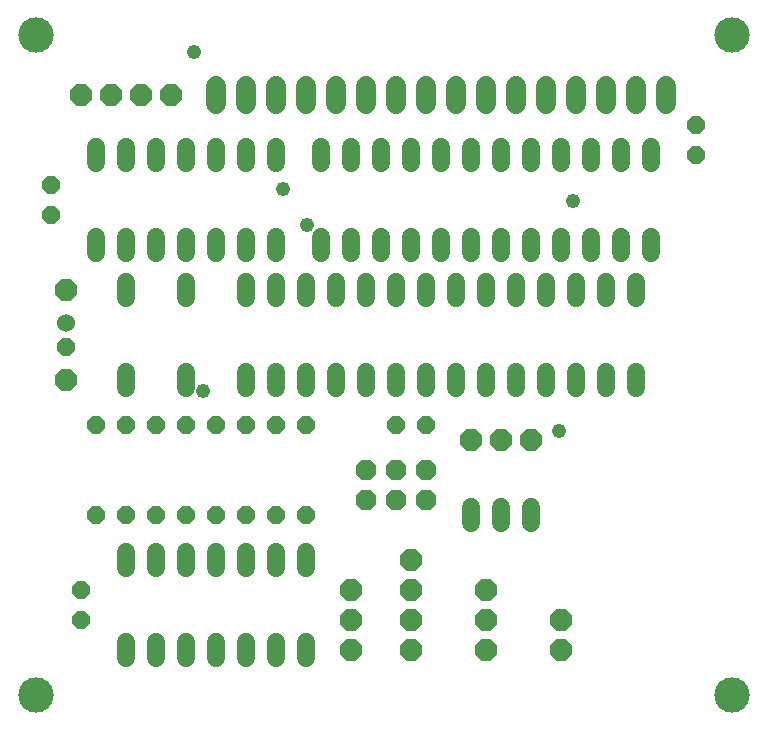
<source format=gbs>
G75*
G70*
%OFA0B0*%
%FSLAX24Y24*%
%IPPOS*%
%LPD*%
%AMOC8*
5,1,8,0,0,1.08239X$1,22.5*
%
%ADD10C,0.1182*%
%ADD11C,0.0600*%
%ADD12OC8,0.0600*%
%ADD13OC8,0.0680*%
%ADD14OC8,0.0710*%
%ADD15C,0.0680*%
%ADD16C,0.0600*%
%ADD17C,0.0480*%
D10*
X001185Y001185D03*
X024385Y001185D03*
X024385Y023185D03*
X001185Y023185D03*
D11*
X003185Y019445D02*
X003185Y018925D01*
X004185Y018925D02*
X004185Y019445D01*
X005185Y019445D02*
X005185Y018925D01*
X006185Y018925D02*
X006185Y019445D01*
X007185Y019445D02*
X007185Y018925D01*
X008185Y018925D02*
X008185Y019445D01*
X009185Y019445D02*
X009185Y018925D01*
X010685Y018925D02*
X010685Y019445D01*
X011685Y019445D02*
X011685Y018925D01*
X012685Y018925D02*
X012685Y019445D01*
X013685Y019445D02*
X013685Y018925D01*
X014685Y018925D02*
X014685Y019445D01*
X015685Y019445D02*
X015685Y018925D01*
X016685Y018925D02*
X016685Y019445D01*
X017685Y019445D02*
X017685Y018925D01*
X018685Y018925D02*
X018685Y019445D01*
X019685Y019445D02*
X019685Y018925D01*
X020685Y018925D02*
X020685Y019445D01*
X021685Y019445D02*
X021685Y018925D01*
X021685Y016445D02*
X021685Y015925D01*
X020685Y015925D02*
X020685Y016445D01*
X019685Y016445D02*
X019685Y015925D01*
X018685Y015925D02*
X018685Y016445D01*
X017685Y016445D02*
X017685Y015925D01*
X016685Y015925D02*
X016685Y016445D01*
X015685Y016445D02*
X015685Y015925D01*
X014685Y015925D02*
X014685Y016445D01*
X013685Y016445D02*
X013685Y015925D01*
X012685Y015925D02*
X012685Y016445D01*
X011685Y016445D02*
X011685Y015925D01*
X010685Y015925D02*
X010685Y016445D01*
X009185Y016445D02*
X009185Y015925D01*
X009185Y014945D02*
X009185Y014425D01*
X008185Y014425D02*
X008185Y014945D01*
X008185Y015925D02*
X008185Y016445D01*
X007185Y016445D02*
X007185Y015925D01*
X006185Y015925D02*
X006185Y016445D01*
X005185Y016445D02*
X005185Y015925D01*
X004185Y015925D02*
X004185Y016445D01*
X003185Y016445D02*
X003185Y015925D01*
X004185Y014945D02*
X004185Y014425D01*
X006185Y014425D02*
X006185Y014945D01*
X006185Y011945D02*
X006185Y011425D01*
X004185Y011425D02*
X004185Y011945D01*
X008185Y011945D02*
X008185Y011425D01*
X009185Y011425D02*
X009185Y011945D01*
X010185Y011945D02*
X010185Y011425D01*
X011185Y011425D02*
X011185Y011945D01*
X012185Y011945D02*
X012185Y011425D01*
X013185Y011425D02*
X013185Y011945D01*
X014185Y011945D02*
X014185Y011425D01*
X015185Y011425D02*
X015185Y011945D01*
X016185Y011945D02*
X016185Y011425D01*
X017185Y011425D02*
X017185Y011945D01*
X018185Y011945D02*
X018185Y011425D01*
X019185Y011425D02*
X019185Y011945D01*
X020185Y011945D02*
X020185Y011425D01*
X021185Y011425D02*
X021185Y011945D01*
X021185Y014425D02*
X021185Y014945D01*
X020185Y014945D02*
X020185Y014425D01*
X019185Y014425D02*
X019185Y014945D01*
X018185Y014945D02*
X018185Y014425D01*
X017185Y014425D02*
X017185Y014945D01*
X016185Y014945D02*
X016185Y014425D01*
X015185Y014425D02*
X015185Y014945D01*
X014185Y014945D02*
X014185Y014425D01*
X013185Y014425D02*
X013185Y014945D01*
X012185Y014945D02*
X012185Y014425D01*
X011185Y014425D02*
X011185Y014945D01*
X010185Y014945D02*
X010185Y014425D01*
X015685Y007445D02*
X015685Y006925D01*
X016685Y006925D02*
X016685Y007445D01*
X017685Y007445D02*
X017685Y006925D01*
X010185Y005945D02*
X010185Y005425D01*
X009185Y005425D02*
X009185Y005945D01*
X008185Y005945D02*
X008185Y005425D01*
X007185Y005425D02*
X007185Y005945D01*
X006185Y005945D02*
X006185Y005425D01*
X005185Y005425D02*
X005185Y005945D01*
X004185Y005945D02*
X004185Y005425D01*
X004185Y002945D02*
X004185Y002425D01*
X005185Y002425D02*
X005185Y002945D01*
X006185Y002945D02*
X006185Y002425D01*
X007185Y002425D02*
X007185Y002945D01*
X008185Y002945D02*
X008185Y002425D01*
X009185Y002425D02*
X009185Y002945D01*
X010185Y002945D02*
X010185Y002425D01*
D12*
X010185Y007185D03*
X009185Y007185D03*
X008185Y007185D03*
X007185Y007185D03*
X006185Y007185D03*
X005185Y007185D03*
X004185Y007185D03*
X003185Y007185D03*
X002685Y004685D03*
X002685Y003685D03*
X003185Y010185D03*
X004185Y010185D03*
X005185Y010185D03*
X006185Y010185D03*
X007185Y010185D03*
X008185Y010185D03*
X009185Y010185D03*
X010185Y010185D03*
X013185Y010185D03*
X014185Y010185D03*
X023185Y019185D03*
X023185Y020185D03*
X002185Y012785D03*
X001685Y017185D03*
X001685Y018185D03*
D13*
X012185Y008685D03*
X013185Y008685D03*
X013185Y007685D03*
X012185Y007685D03*
X014185Y007685D03*
X014185Y008685D03*
D14*
X015685Y009685D03*
X016685Y009685D03*
X017685Y009685D03*
X013685Y005685D03*
X013685Y004685D03*
X013685Y003685D03*
X013685Y002685D03*
X011685Y002685D03*
X011685Y003685D03*
X011685Y004685D03*
X016185Y004685D03*
X016185Y003685D03*
X016185Y002685D03*
X018685Y002685D03*
X018685Y003685D03*
X002185Y011685D03*
X002185Y014685D03*
X002685Y021185D03*
X003685Y021185D03*
X004685Y021185D03*
X005685Y021185D03*
D15*
X007185Y020885D02*
X007185Y021485D01*
X008185Y021485D02*
X008185Y020885D01*
X009185Y020885D02*
X009185Y021485D01*
X010185Y021485D02*
X010185Y020885D01*
X011185Y020885D02*
X011185Y021485D01*
X012185Y021485D02*
X012185Y020885D01*
X013185Y020885D02*
X013185Y021485D01*
X014185Y021485D02*
X014185Y020885D01*
X015185Y020885D02*
X015185Y021485D01*
X016185Y021485D02*
X016185Y020885D01*
X017185Y020885D02*
X017185Y021485D01*
X018185Y021485D02*
X018185Y020885D01*
X019185Y020885D02*
X019185Y021485D01*
X020185Y021485D02*
X020185Y020885D01*
X021185Y020885D02*
X021185Y021485D01*
X022185Y021485D02*
X022185Y020885D01*
D16*
X002185Y013585D03*
D17*
X006765Y011325D03*
X010205Y016845D03*
X009405Y018045D03*
X006445Y022605D03*
X019085Y017645D03*
X018605Y009965D03*
M02*

</source>
